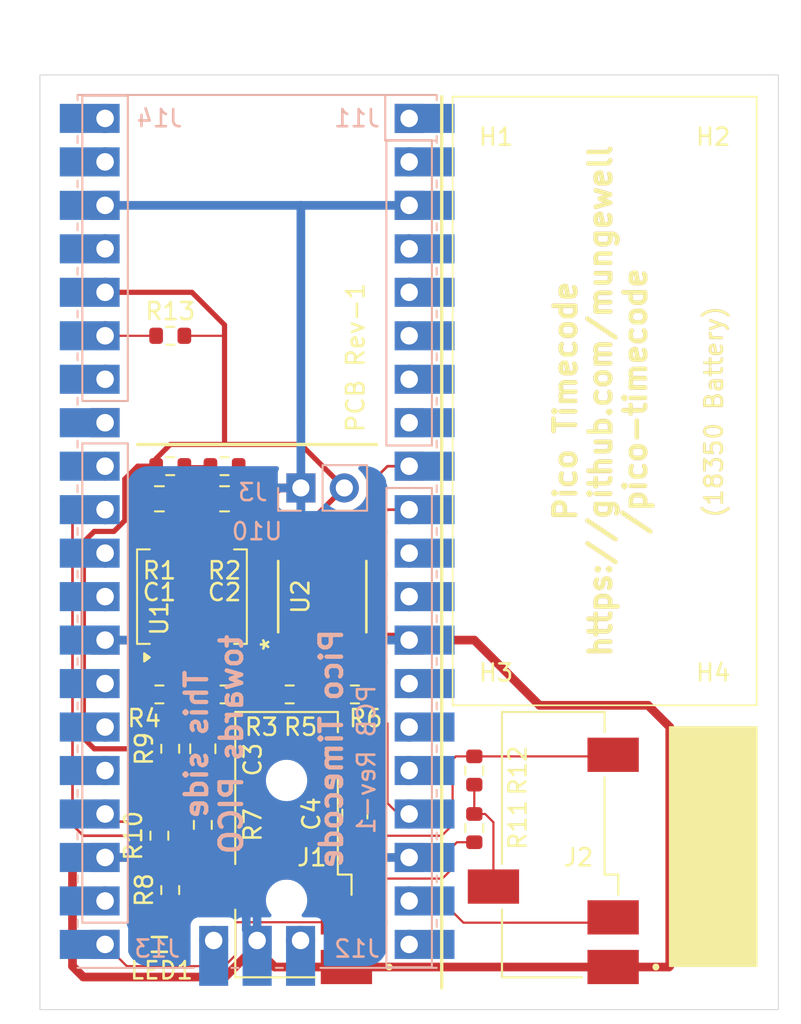
<source format=kicad_pcb>
(kicad_pcb (version 20221018) (generator pcbnew)
  (layers (0 "F.Cu" signal) (31 "B.Cu" signal) (34 "B.Paste" user) (35 "F.Paste" user) (36 "B.SilkS" user "B.Silkscreen") (37 "F.SilkS" user "F.Silkscreen") (38 "B.Mask" user) (39 "F.Mask" user) (44 "Edge.Cuts" user))
  (net 0 "")
  (net 1 "+3.3V")
  (net 2 "GND")
  (net 3 "/VREF")
  (net 4 "/LTC_IN")
  (net 5 "Net-(U1A--)")
  (net 6 "/OUT_DC")
  (net 7 "/LTC_OUT")
  (net 8 "/AMP_CLK")
  (net 9 "/AMP_D0")
  (net 10 "/OLED_DC")
  (net 11 "/OLED_CS")
  (net 12 "/OLED_CLK")
  (net 13 "/OLED_DIN")
  (net 14 "/OLED_RST")
  (net 15 "/LTC_TX")
  (net 16 "/DET_OUT")
  (net 17 "/KEY-A")
  (net 18 "/DET_IN")
  (net 19 "/KEY-B")
  (net 20 "/LTC_RX")
  (net 21 "/1PPS_LED")
  (net 22 "/ADC_VREF")
  (net 23 "/BRIDGE")
  (net 24 "Net-(J2-Pad3)")
  (net 25 "Net-(U1B-+)")
  (net 26 "Net-(U2-CH0)")
  (net 27 "Net-(LED1-Pad2)")
  (net 28 "Net-(R9-Pad1)")
  (net 29 "Net-(J11-Pin_1)")
  (net 30 "Net-(J11-Pin_2)")
  (net 31 "Net-(J11-Pin_4)")
  (net 32 "Net-(J11-Pin_5)")
  (net 33 "Net-(J11-Pin_6)")
  (net 34 "Net-(J11-Pin_7)")
  (net 35 "Net-(J11-Pin_8)")
  (net 36 "Net-(J13-Pin_5)")
  (net 37 "Net-(J13-Pin_6)")
  (net 38 "Net-(J13-Pin_7)")
  (net 39 "Net-(J13-Pin_9)")
  (net 40 "Net-(J13-Pin_10)")
  (net 41 "Net-(J13-Pin_12)")
  (net 42 "Net-(J14-Pin_1)")
  (net 43 "Net-(J14-Pin_2)")
  (net 44 "Net-(J14-Pin_5)")
  (net 45 "Net-(J14-Pin_7)")
  (net 46 "Net-(J14-Pin_8)")
  (footprint "footprints:LED_LTST-S220GKT_LTO" (layer "F.Cu") (at 132.715 127)
    (fp_text reference "LED1" (at 0.127 1.524 unlocked) (layer "F.SilkS"))
    (fp_text value "LTST-S220GKT")
    (pad "1" smd rect (at -1.0795 0) (size 0.6604 0.6096) (layers "F.Cu" "F.Paste" "F.Mask") (net 2 "GND"))
    (pad "2" smd rect (at 1.0795 0) (size 0.6604 0.6096) (layers "F.Cu" "F.Paste" "F.Mask") (net 27 "Net-(LED1-Pad2)"))
  )
  (footprint "Resistor_SMD:R_0603_1608Metric" (layer "F.Cu") (at 133.35 123.825 -90)
    (fp_text reference "R8" (at 0 1.524 90) (layer "F.SilkS"))
    (fp_text value "330R")
    (pad "1" smd roundrect (at -0.825 0 270) (size 0.8 0.95) (layers "F.Cu" "F.Paste" "F.Mask") (net 21 "/1PPS_LED"))
    (pad "2" smd roundrect (at 0.825 0 270) (size 0.8 0.95) (layers "F.Cu" "F.Paste" "F.Mask") (net 27 "Net-(LED1-Pad2)"))
  )
  (footprint "Capacitor_SMD:C_0805_2012Metric" (layer "F.Cu") (at 132.715 100.965 180)
    (fp_text reference "C1" (at 0 -5.461) (layer "F.SilkS"))
    (fp_text value "10uF")
    (pad "1" smd roundrect (at -0.95 0 180) (size 1 1.45) (layers "F.Cu" "F.Paste" "F.Mask") (net 1 "+3.3V"))
    (pad "2" smd roundrect (at 0.95 0 180) (size 1 1.45) (layers "F.Cu" "F.Paste" "F.Mask") (net 2 "GND"))
  )
  (footprint "SJ-43514-SMT:CUI_SJ-43514-SMT-TR" (layer "F.Cu") (at 159.2475 128.32 90)
    (fp_text reference "J2" (at 6.4 -2.0215 180) (layer "F.SilkS"))
    (fp_text value "SJ-43514-SMT-TR")
    (pad "" np_thru_hole circle locked (at 3.9 -3.5 90) (size 1.9 1.9) (drill 1.9) (layers "*.Cu" "*.Mask"))
    (pad "" np_thru_hole circle locked (at 10.9 -3.5 90) (size 1.9 1.9) (drill 1.9) (layers "*.Cu" "*.Mask"))
    (pad "1" smd rect locked (at 0 0 90) (size 2 3) (layers "F.Cu" "F.Paste" "F.Mask") (net 2 "GND"))
    (pad "2" smd rect locked (at 12.4 0 90) (size 2 3) (layers "F.Cu" "F.Paste" "F.Mask") (net 7 "/LTC_OUT"))
    (pad "3" smd rect locked (at 4.7 -7 90) (size 2 3) (layers "F.Cu" "F.Paste" "F.Mask") (net 24 "Net-(J2-Pad3)"))
    (pad "4" smd rect locked (at 2.9 0 90) (size 2 3) (layers "F.Cu" "F.Paste" "F.Mask") (net 16 "/DET_OUT"))
  )
  (footprint "Capacitor_SMD:C_0805_2012Metric" (layer "F.Cu") (at 135.255 115.57 90)
    (fp_text reference "C3" (at -0.635 2.921 90) (layer "F.SilkS"))
    (fp_text value "10uF")
    (pad "1" smd roundrect (at -0.95 0 90) (size 1 1.45) (layers "F.Cu" "F.Paste" "F.Mask") (net 4 "/LTC_IN"))
    (pad "2" smd roundrect (at 0.95 0 90) (size 1 1.45) (layers "F.Cu" "F.Paste" "F.Mask") (net 5 "Net-(U1A--)"))
  )
  (footprint "Resistor_SMD:R_0603_1608Metric" (layer "F.Cu") (at 132.715 112.395 180)
    (fp_text reference "R4" (at 0.889 -1.397) (layer "F.SilkS"))
    (fp_text value "10K")
    (pad "1" smd roundrect (at -0.825 0 180) (size 0.8 0.95) (layers "F.Cu" "F.Paste" "F.Mask") (net 5 "Net-(U1A--)"))
    (pad "2" smd roundrect (at 0.825 0 180) (size 0.8 0.95) (layers "F.Cu" "F.Paste" "F.Mask") (net 2 "GND"))
  )
  (footprint "Resistor_SMD:R_0603_1608Metric" (layer "F.Cu") (at 136.525 99.06)
    (fp_text reference "R2" (at 0 6.096) (layer "F.SilkS"))
    (fp_text value "10K")
    (pad "1" smd roundrect (at -0.825 0) (size 0.8 0.95) (layers "F.Cu" "F.Paste" "F.Mask") (net 25 "Net-(U1B-+)"))
    (pad "2" smd roundrect (at 0.825 0) (size 0.8 0.95) (layers "F.Cu" "F.Paste" "F.Mask") (net 2 "GND"))
  )
  (footprint "Resistor_SMD:R_0603_1608Metric" (layer "F.Cu") (at 133.35 115.57 -90)
    (fp_text reference "R9" (at 0 1.524 90) (layer "F.SilkS"))
    (fp_text value "0R")
    (pad "1" smd roundrect (at -0.825 0 270) (size 0.8 0.95) (layers "F.Cu" "F.Paste" "F.Mask") (net 28 "Net-(R9-Pad1)"))
    (pad "2" smd roundrect (at 0.825 0 270) (size 0.8 0.95) (layers "F.Cu" "F.Paste" "F.Mask") (net 20 "/LTC_RX"))
  )
  (footprint "MountingHole:MountingHole_3mm" (layer "F.Cu") (at 152.4 106.68)
    (fp_text reference "H3" (at 0 4.445) (layer "F.SilkS"))
    (fp_text value "MountingHole")
    (pad "" np_thru_hole circle (at 0 0) (size 3 3) (drill 3) (layers "*.Cu" "*.Mask"))
  )
  (footprint "Package_SO:SO-8_5.3x6.2mm_P1.27mm" (layer "F.Cu") (at 134.62 106.68 90)
    (fp_text reference "U1" (at -1.27 -1.905 90) (layer "F.SilkS"))
    (fp_text value "LM358")
    (pad "1" smd roundrect (at -3.5 -1.905 90) (size 1.9 0.6) (layers "F.Cu" "F.Paste" "F.Mask") (net 28 "Net-(R9-Pad1)"))
    (pad "2" smd roundrect (at -3.5 -0.635 90) (size 1.9 0.6) (layers "F.Cu" "F.Paste" "F.Mask") (net 5 "Net-(U1A--)"))
    (pad "3" smd roundrect (at -3.5 0.635 90) (size 1.9 0.6) (layers "F.Cu" "F.Paste" "F.Mask") (net 3 "/VREF"))
    (pad "4" smd roundrect (at -3.5 1.905 90) (size 1.9 0.6) (layers "F.Cu" "F.Paste" "F.Mask") (net 2 "GND"))
    (pad "5" smd roundrect (at 3.5 1.905 90) (size 1.9 0.6) (layers "F.Cu" "F.Paste" "F.Mask") (net 25 "Net-(U1B-+)"))
    (pad "6" smd roundrect (at 3.5 0.635 90) (size 1.9 0.6) (layers "F.Cu" "F.Paste" "F.Mask") (net 3 "/VREF"))
    (pad "7" smd roundrect (at 3.5 -0.635 90) (size 1.9 0.6) (layers "F.Cu" "F.Paste" "F.Mask") (net 3 "/VREF"))
    (pad "8" smd roundrect (at 3.5 -1.905 90) (size 1.9 0.6) (layers "F.Cu" "F.Paste" "F.Mask") (net 1 "+3.3V"))
  )
  (footprint "SJ-43514-SMT:CUI_SJ-43514-SMT-TR" (layer "F.Cu") (at 143.652 128.32 90)
    (fp_text reference "J1" (at 6.4 -2.0215 180) (layer "F.SilkS"))
    (fp_text value "SJ-43514-SMT-TR")
    (pad "" np_thru_hole circle locked (at 3.9 -3.5 90) (size 1.9 1.9) (drill 1.9) (layers "*.Cu" "*.Mask"))
    (pad "" np_thru_hole circle locked (at 10.9 -3.5 90) (size 1.9 1.9) (drill 1.9) (layers "*.Cu" "*.Mask"))
    (pad "1" smd rect locked (at 0 0 90) (size 2 3) (layers "F.Cu" "F.Paste" "F.Mask") (net 2 "GND"))
    (pad "2" smd rect locked (at 12.4 0 90) (size 2 3) (layers "F.Cu" "F.Paste" "F.Mask") (net 4 "/LTC_IN"))
    (pad "3" smd rect locked (at 4.7 -7 90) (size 2 3) (layers "F.Cu" "F.Paste" "F.Mask") (net 23 "/BRIDGE"))
    (pad "4" smd rect locked (at 2.9 0 90) (size 2 3) (layers "F.Cu" "F.Paste" "F.Mask") (net 18 "/DET_IN"))
  )
  (footprint "Resistor_SMD:R_0603_1608Metric" (layer "F.Cu") (at 144.145 112.395)
    (fp_text reference "R6" (at 0.635 1.397) (layer "F.SilkS"))
    (fp_text value "10K")
    (pad "1" smd roundrect (at -0.825 0) (size 0.8 0.95) (layers "F.Cu" "F.Paste" "F.Mask") (net 26 "Net-(U2-CH0)"))
    (pad "2" smd roundrect (at 0.825 0) (size 0.8 0.95) (layers "F.Cu" "F.Paste" "F.Mask") (net 3 "/VREF"))
  )
  (footprint "MountingHole:MountingHole_3mm" (layer "F.Cu") (at 152.4 83.82)
    (fp_text reference "H1" (at 0 -4) (layer "F.SilkS"))
    (fp_text value "MountingHole")
    (pad "" np_thru_hole circle (at 0 0) (size 3 3) (drill 3) (layers "*.Cu" "*.Mask"))
  )
  (footprint "Resistor_SMD:R_0603_1608Metric" (layer "F.Cu") (at 133.35 99.06)
    (fp_text reference "R1" (at -0.635 6.096) (layer "F.SilkS"))
    (fp_text value "10K")
    (pad "1" smd roundrect (at -0.825 0) (size 0.8 0.95) (layers "F.Cu" "F.Paste" "F.Mask") (net 1 "+3.3V"))
    (pad "2" smd roundrect (at 0.825 0) (size 0.8 0.95) (layers "F.Cu" "F.Paste" "F.Mask") (net 25 "Net-(U1B-+)"))
  )
  (footprint "Resistor_SMD:R_0603_1608Metric" (layer "F.Cu") (at 132.715 120.65 -90)
    (fp_text reference "R10" (at 0 1.524 90) (layer "F.SilkS"))
    (fp_text value "150K")
    (pad "1" smd roundrect (at -0.825 0 270) (size 0.8 0.95) (layers "F.Cu" "F.Paste" "F.Mask") (net 20 "/LTC_RX"))
    (pad "2" smd roundrect (at 0.825 0 270) (size 0.8 0.95) (layers "F.Cu" "F.Paste" "F.Mask") (net 2 "GND"))
  )
  (footprint "Resistor_SMD:R_0603_1608Metric" (layer "F.Cu") (at 133.35 91.44)
    (fp_text reference "R13" (at 0 -1.43) (layer "F.SilkS"))
    (fp_text value "0R")
    (pad "1" smd roundrect (at -0.825 0) (size 0.8 0.95) (layers "F.Cu" "F.Paste" "F.Mask") (net 22 "/ADC_VREF"))
    (pad "2" smd roundrect (at 0.825 0) (size 0.8 0.95) (layers "F.Cu" "F.Paste" "F.Mask") (net 1 "+3.3V"))
  )
  (footprint "Resistor_SMD:R_0603_1608Metric" (layer "F.Cu") (at 135.255 120.015 90)
    (fp_text reference "R7" (at 0 2.921 90) (layer "F.SilkS"))
    (fp_text value "0R")
    (pad "1" smd roundrect (at -0.825 0 90) (size 0.8 0.95) (layers "F.Cu" "F.Paste" "F.Mask") (net 23 "/BRIDGE"))
    (pad "2" smd roundrect (at 0.825 0 90) (size 0.8 0.95) (layers "F.Cu" "F.Paste" "F.Mask") (net 7 "/LTC_OUT"))
  )
  (footprint "Resistor_SMD:R_0603_1608Metric" (layer "F.Cu") (at 136.525 112.395 180)
    (fp_text reference "R3" (at -2.159 -1.905) (layer "F.SilkS"))
    (fp_text value "10K")
    (pad "1" smd roundrect (at -0.825 0 180) (size 0.8 0.95) (layers "F.Cu" "F.Paste" "F.Mask") (net 1 "+3.3V"))
    (pad "2" smd roundrect (at 0.825 0 180) (size 0.8 0.95) (layers "F.Cu" "F.Paste" "F.Mask") (net 5 "Net-(U1A--)"))
  )
  (footprint "Resistor_SMD:R_0603_1608Metric" (layer "F.Cu") (at 140.335 112.395)
    (fp_text reference "R5" (at 0.635 1.905) (layer "F.SilkS"))
    (fp_text value "150K")
    (pad "1" smd roundrect (at -0.825 0) (size 0.8 0.95) (layers "F.Cu" "F.Paste" "F.Mask") (net 15 "/LTC_TX"))
    (pad "2" smd roundrect (at 0.825 0) (size 0.8 0.95) (layers "F.Cu" "F.Paste" "F.Mask") (net 26 "Net-(U2-CH0)"))
  )
  (footprint "MountingHole:MountingHole_3mm" (layer "F.Cu") (at 165.1 83.82)
    (fp_text reference "H2" (at 0 -4) (layer "F.SilkS"))
    (fp_text value "MountingHole")
    (pad "" np_thru_hole circle (at 0 0) (size 3 3) (drill 3) (layers "*.Cu" "*.Mask"))
  )
  (footprint "Resistor_SMD:R_0603_1608Metric" (layer "F.Cu") (at 151.13 120.205 90)
    (fp_text reference "R11" (at 0.19 2.54 90) (layer "F.SilkS"))
    (fp_text value "0R")
    (pad "1" smd roundrect (at -0.825 0 90) (size 0.8 0.95) (layers "F.Cu" "F.Paste" "F.Mask") (net 23 "/BRIDGE"))
    (pad "2" smd roundrect (at 0.825 0 90) (size 0.8 0.95) (layers "F.Cu" "F.Paste" "F.Mask") (net 24 "Net-(J2-Pad3)"))
  )
  (footprint "Capacitor_SMD:C_0805_2012Metric" (layer "F.Cu") (at 136.525 100.965)
    (fp_text reference "C2" (at 0 5.461) (layer "F.SilkS"))
    (fp_text value "10uF")
    (pad "1" smd roundrect (at -0.95 0) (size 1 1.45) (layers "F.Cu" "F.Paste" "F.Mask") (net 3 "/VREF"))
    (pad "2" smd roundrect (at 0.95 0) (size 1 1.45) (layers "F.Cu" "F.Paste" "F.Mask") (net 2 "GND"))
  )
  (footprint "MCP6S91_E_SN:SOIC8-N_MC_MCH" (layer "F.Cu") (at 142.24 106.68 90)
    (fp_text reference "U2" (at 0 -1.27 90 unlocked) (layer "F.SilkS"))
    (fp_text value "MCP6S91-E/SN")
    (fp_text user "*" (at -2.794 -3.048 90 unlocked) (layer "F.SilkS"))
    (pad "1" smd rect (at -2.3622 -1.905 90) (size 1.9812 0.5588) (layers "F.Cu" "F.Paste" "F.Mask") (net 6 "/OUT_DC"))
    (pad "2" smd rect (at -2.3622 -0.635 90) (size 1.9812 0.5588) (layers "F.Cu" "F.Paste" "F.Mask") (net 26 "Net-(U2-CH0)"))
    (pad "3" smd rect (at -2.3622 0.635 90) (size 1.9812 0.5588) (layers "F.Cu" "F.Paste" "F.Mask") (net 3 "/VREF"))
    (pad "4" smd rect (at -2.3622 1.905 90) (size 1.9812 0.5588) (layers "F.Cu" "F.Paste" "F.Mask") (net 2 "GND"))
    (pad "5" smd rect (at 2.3622 1.905 90) (size 1.9812 0.5588) (layers "F.Cu" "F.Paste" "F.Mask") (net 2 "GND"))
    (pad "6" smd rect (at 2.3622 0.635 90) (size 1.9812 0.5588) (layers "F.Cu" "F.Paste" "F.Mask") (net 9 "/AMP_D0"))
    (pad "7" smd rect (at 2.3622 -0.635 90) (size 1.9812 0.5588) (layers "F.Cu" "F.Paste" "F.Mask") (net 8 "/AMP_CLK"))
    (pad "8" smd rect (at 2.3622 -1.905 90) (size 1.9812 0.5588) (layers "F.Cu" "F.Paste" "F.Mask") (net 1 "+3.3V"))
  )
  (footprint "Capacitor_SMD:C_0805_2012Metric" (layer "F.Cu") (at 144.145 119.38 -90)
    (fp_text reference "C4" (at 0 2.54 90) (layer "F.SilkS"))
    (fp_text value "10uF")
    (pad "1" smd roundrect (at -0.95 0 270) (size 1 1.45) (layers "F.Cu" "F.Paste" "F.Mask") (net 6 "/OUT_DC"))
    (pad "2" smd roundrect (at 0.95 0 270) (size 1 1.45) (layers "F.Cu" "F.Paste" "F.Mask") (net 7 "/LTC_OUT"))
  )
  (footprint "MountingHole:MountingHole_3mm" (layer "F.Cu") (at 165.1 106.68)
    (fp_text reference "H4" (at 0 4.445) (layer "F.SilkS"))
    (fp_text value "MountingHole")
    (pad "" np_thru_hole circle (at 0 0) (size 3 3) (drill 3) (layers "*.Cu" "*.Mask"))
  )
  (footprint "Resistor_SMD:R_0603_1608Metric" (layer "F.Cu") (at 151.13 116.84 90)
    (fp_text reference "R12" (at 0 2.54 90) (layer "F.SilkS"))
    (fp_text value "0R")
    (pad "1" smd roundrect (at -0.825 0 90) (size 0.8 0.95) (layers "F.Cu" "F.Paste" "F.Mask") (net 24 "Net-(J2-Pad3)"))
    (pad "2" smd roundrect (at 0.825 0 90) (size 0.8 0.95) (layers "F.Cu" "F.Paste" "F.Mask") (net 7 "/LTC_OUT"))
  )
  (footprint "Connector_PinSocket_2.54mm:PinSocket_1x02_P2.54mm_Vertical" (layer "B.Cu") (at 140.99 100.33 -90)
    (fp_text reference "J3" (at 0.254 2.814 -180) (layer "B.SilkS") (effects (justify mirror)))
    (fp_text value "Conn_01x02")
    (pad "1" thru_hole rect (at 0 0 270) (size 1.7 1.7) (drill 1) (layers "*.Cu" "*.Mask") (net 2 "GND"))
    (pad "2" thru_hole oval (at 0 -2.54 270) (size 1.7 1.7) (drill 1) (layers "*.Cu" "*.Mask") (net 1 "+3.3V"))
  )
  (footprint "Connector_PinSocket_2.54mm:PinSocket_1x08_P2.54mm_Vertical" (layer "B.Cu") (at 129.54 96.52)
    (fp_text reference "J14" (at 3.175 -17.78 180) (layer "B.SilkS") (effects (justify mirror)))
    (fp_text value "Conn_01x08")
    (pad "1" thru_hole rect (at 0 0) (size 1.7 1.7) (drill 1) (layers "*.Cu" "*.Mask") (net 42 "Net-(J14-Pin_1)"))
    (pad "2" thru_hole oval (at 0 -2.54) (size 1.7 1.7) (drill 1) (layers "*.Cu" "*.Mask") (net 43 "Net-(J14-Pin_2)"))
    (pad "3" thru_hole oval (at 0 -5.08) (size 1.7 1.7) (drill 1) (layers "*.Cu" "*.Mask") (net 22 "/ADC_VREF"))
    (pad "4" thru_hole oval (at 0 -7.62) (size 1.7 1.7) (drill 1) (layers "*.Cu" "*.Mask") (net 1 "+3.3V"))
    (pad "5" thru_hole oval (at 0 -10.16) (size 1.7 1.7) (drill 1) (layers "*.Cu" "*.Mask") (net 44 "Net-(J14-Pin_5)"))
    (pad "6" thru_hole oval (at 0 -12.7) (size 1.7 1.7) (drill 1) (layers "*.Cu" "*.Mask") (net 2 "GND"))
    (pad "7" thru_hole oval (at 0 -15.24) (size 1.7 1.7) (drill 1) (layers "*.Cu" "*.Mask") (net 45 "Net-(J14-Pin_7)"))
    (pad "8" thru_hole oval (at 0 -17.78) (size 1.7 1.7) (drill 1) (layers "*.Cu" "*.Mask") (net 46 "Net-(J14-Pin_8)"))
  )
  (footprint "Connector_PinSocket_2.54mm:PinSocket_1x12_P2.54mm_Vertical" (layer "B.Cu") (at 147.32 99.06 180)
    (fp_text reference "J12" (at 3.048 -28.194) (layer "B.SilkS") (effects (justify mirror)))
    (fp_text value "Conn_01x12")
    (pad "1" thru_hole rect (at 0 0 180) (size 1.7 1.7) (drill 1) (layers "*.Cu" "*.Mask") (net 8 "/AMP_CLK"))
    (pad "2" thru_hole oval (at 0 -2.54 180) (size 1.7 1.7) (drill 1) (layers "*.Cu" "*.Mask") (net 9 "/AMP_D0"))
    (pad "3" thru_hole oval (at 0 -5.08 180) (size 1.7 1.7) (drill 1) (layers "*.Cu" "*.Mask") (net 10 "/OLED_DC"))
    (pad "4" thru_hole oval (at 0 -7.62 180) (size 1.7 1.7) (drill 1) (layers "*.Cu" "*.Mask") (net 11 "/OLED_CS"))
    (pad "5" thru_hole oval (at 0 -10.16 180) (size 1.7 1.7) (drill 1) (layers "*.Cu" "*.Mask") (net 2 "GND"))
    (pad "6" thru_hole oval (at 0 -12.7 180) (size 1.7 1.7) (drill 1) (layers "*.Cu" "*.Mask") (net 12 "/OLED_CLK"))
    (pad "7" thru_hole oval (at 0 -15.24 180) (size 1.7 1.7) (drill 1) (layers "*.Cu" "*.Mask") (net 13 "/OLED_DIN"))
    (pad "8" thru_hole oval (at 0 -17.78 180) (size 1.7 1.7) (drill 1) (layers "*.Cu" "*.Mask") (net 14 "/OLED_RST"))
    (pad "9" thru_hole oval (at 0 -20.32 180) (size 1.7 1.7) (drill 1) (layers "*.Cu" "*.Mask") (net 15 "/LTC_TX"))
    (pad "10" thru_hole oval (at 0 -22.86 180) (size 1.7 1.7) (drill 1) (layers "*.Cu" "*.Mask") (net 2 "GND"))
    (pad "11" thru_hole oval (at 0 -25.4 180) (size 1.7 1.7) (drill 1) (layers "*.Cu" "*.Mask") (net 16 "/DET_OUT"))
    (pad "12" thru_hole oval (at 0 -27.94 180) (size 1.7 1.7) (drill 1) (layers "*.Cu" "*.Mask") (net 17 "/KEY-A"))
  )
  (footprint "Connector_PinSocket_2.54mm:PinSocket_1x08_P2.54mm_Vertical" (layer "B.Cu") (at 147.32 78.74 180)
    (fp_text reference "J11" (at 3.048 0) (layer "B.SilkS") (effects (justify mirror)))
    (fp_text value "Conn_01x08")
    (pad "1" thru_hole rect (at 0 0 180) (size 1.7 1.7) (drill 1) (layers "*.Cu" "*.Mask") (net 29 "Net-(J11-Pin_1)"))
    (pad "2" thru_hole oval (at 0 -2.54 180) (size 1.7 1.7) (drill 1) (layers "*.Cu" "*.Mask") (net 30 "Net-(J11-Pin_2)"))
    (pad "3" thru_hole oval (at 0 -5.08 180) (size 1.7 1.7) (drill 1) (layers "*.Cu" "*.Mask") (net 2 "GND"))
    (pad "4" thru_hole oval (at 0 -7.62 180) (size 1.7 1.7) (drill 1) (layers "*.Cu" "*.Mask") (net 31 "Net-(J11-Pin_4)"))
    (pad "5" thru_hole oval (at 0 -10.16 180) (size 1.7 1.7) (drill 1) (layers "*.Cu" "*.Mask") (net 32 "Net-(J11-Pin_5)"))
    (pad "6" thru_hole oval (at 0 -12.7 180) (size 1.7 1.7) (drill 1) (layers "*.Cu" "*.Mask") (net 33 "Net-(J11-Pin_6)"))
    (pad "7" thru_hole oval (at 0 -15.24 180) (size 1.7 1.7) (drill 1) (layers "*.Cu" "*.Mask") (net 34 "Net-(J11-Pin_7)"))
    (pad "8" thru_hole oval (at 0 -17.78 180) (size 1.7 1.7) (drill 1) (layers "*.Cu" "*.Mask") (net 35 "Net-(J11-Pin_8)"))
  )
  (footprint "RP-Pico-Main:RPi_Pico_SMD_TH" (layer "B.Cu") (at 138.43 102.87 180)
    (fp_text reference "U10" (at 0 0) (layer "B.SilkS") (effects (justify mirror)))
    (fp_text value "Pico")
    (pad "" np_thru_hole oval (at -2.725 24 180) (size 1.8 1.8) (drill 1.8) (layers "*.Cu" "*.Mask"))
    (pad "" np_thru_hole oval (at -2.425 20.97 180) (size 1.5 1.5) (drill 1.5) (layers "*.Cu" "*.Mask"))
    (pad "" np_thru_hole oval (at 2.425 20.97 180) (size 1.5 1.5) (drill 1.5) (layers "*.Cu" "*.Mask"))
    (pad "" np_thru_hole oval (at 2.725 24 180) (size 1.8 1.8) (drill 1.8) (layers "*.Cu" "*.Mask"))
    (pad "1" thru_hole oval (at -8.89 24.13 180) (size 1.7 1.7) (drill 1.02) (layers "*.Cu" "*.Mask") (net 29 "Net-(J11-Pin_1)"))
    (pad "1" smd rect (at -8.89 24.13 180) (size 3.5 1.7) (drill (offset -0.9 0)) (layers "B.Cu" "B.Mask") (net 29 "Net-(J11-Pin_1)"))
    (pad "2" thru_hole oval (at -8.89 21.59 180) (size 1.7 1.7) (drill 1.02) (layers "*.Cu" "*.Mask") (net 30 "Net-(J11-Pin_2)"))
    (pad "2" smd rect (at -8.89 21.59 180) (size 3.5 1.7) (drill (offset -0.9 0)) (layers "B.Cu" "B.Mask") (net 30 "Net-(J11-Pin_2)"))
    (pad "3" thru_hole rect (at -8.89 19.05 180) (size 1.7 1.7) (drill 1.02) (layers "*.Cu" "*.Mask") (net 2 "GND"))
    (pad "3" smd rect (at -8.89 19.05 180) (size 3.5 1.7) (drill (offset -0.9 0)) (layers "B.Cu" "B.Mask") (net 2 "GND"))
    (pad "4" thru_hole oval (at -8.89 16.51 180) (size 1.7 1.7) (drill 1.02) (layers "*.Cu" "*.Mask") (net 31 "Net-(J11-Pin_4)"))
    (pad "4" smd rect (at -8.89 16.51 180) (size 3.5 1.7) (drill (offset -0.9 0)) (layers "B.Cu" "B.Mask") (net 31 "Net-(J11-Pin_4)"))
    (pad "5" thru_hole oval (at -8.89 13.97 180) (size 1.7 1.7) (drill 1.02) (layers "*.Cu" "*.Mask") (net 32 "Net-(J11-Pin_5)"))
    (pad "5" smd rect (at -8.89 13.97 180) (size 3.5 1.7) (drill (offset -0.9 0)) (layers "B.Cu" "B.Mask") (net 32 "Net-(J11-Pin_5)"))
    (pad "6" thru_hole oval (at -8.89 11.43 180) (size 1.7 1.7) (drill 1.02) (layers "*.Cu" "*.Mask") (net 33 "Net-(J11-Pin_6)"))
    (pad "6" smd rect (at -8.89 11.43 180) (size 3.5 1.7) (drill (offset -0.9 0)) (layers "B.Cu" "B.Mask") (net 33 "Net-(J11-Pin_6)"))
    (pad "7" thru_hole oval (at -8.89 8.89 180) (size 1.7 1.7) (drill 1.02) (layers "*.Cu" "*.Mask") (net 34 "Net-(J11-Pin_7)"))
    (pad "7" smd rect (at -8.89 8.89 180) (size 3.5 1.7) (drill (offset -0.9 0)) (layers "B.Cu" "B.Mask") (net 34 "Net-(J11-Pin_7)"))
    (pad "8" thru_hole rect (at -8.89 6.35 180) (size 1.7 1.7) (drill 1.02) (layers "*.Cu" "*.Mask") (net 35 "Net-(J11-Pin_8)"))
    (pad "8" smd rect (at -8.89 6.35 180) (size 3.5 1.7) (drill (offset -0.9 0)) (layers "B.Cu" "B.Mask") (net 35 "Net-(J11-Pin_8)"))
    (pad "9" thru_hole oval (at -8.89 3.81 180) (size 1.7 1.7) (drill 1.02) (layers "*.Cu" "*.Mask") (net 8 "/AMP_CLK"))
    (pad "9" smd rect (at -8.89 3.81 180) (size 3.5 1.7) (drill (offset -0.9 0)) (layers "B.Cu" "B.Mask") (net 8 "/AMP_CLK"))
    (pad "10" thru_hole oval (at -8.89 1.27 180) (size 1.7 1.7) (drill 1.02) (layers "*.Cu" "*.Mask") (net 9 "/AMP_D0"))
    (pad "10" smd rect (at -8.89 1.27 180) (size 3.5 1.7) (drill (offset -0.9 0)) (layers "B.Cu" "B.Mask") (net 9 "/AMP_D0"))
    (pad "11" thru_hole oval (at -8.89 -1.27 180) (size 1.7 1.7) (drill 1.02) (layers "*.Cu" "*.Mask") (net 10 "/OLED_DC"))
    (pad "11" smd rect (at -8.89 -1.27 180) (size 3.5 1.7) (drill (offset -0.9 0)) (layers "B.Cu" "B.Mask") (net 10 "/OLED_DC"))
    (pad "12" thru_hole oval (at -8.89 -3.81 180) (size 1.7 1.7) (drill 1.02) (layers "*.Cu" "*.Mask") (net 11 "/OLED_CS"))
    (pad "12" smd rect (at -8.89 -3.81 180) (size 3.5 1.7) (drill (offset -0.9 0)) (layers "B.Cu" "B.Mask") (net 11 "/OLED_CS"))
    (pad "13" thru_hole rect (at -8.89 -6.35 180) (size 1.7 1.7) (drill 1.02) (layers "*.Cu" "*.Mask") (net 2 "GND"))
    (pad "13" smd rect (at -8.89 -6.35 180) (size 3.5 1.7) (drill (offset -0.9 0)) (layers "B.Cu" "B.Mask") (net 2 "GND"))
    (pad "14" thru_hole oval (at -8.89 -8.89 180) (size 1.7 1.7) (drill 1.02) (layers "*.Cu" "*.Mask") (net 12 "/OLED_CLK"))
    (pad "14" smd rect (at -8.89 -8.89 180) (size 3.5 1.7) (drill (offset -0.9 0)) (layers "B.Cu" "B.Mask") (net 12 "/OLED_CLK"))
    (pad "15" thru_hole oval (at -8.89 -11.43 180) (size 1.7 1.7) (drill 1.02) (layers "*.Cu" "*.Mask") (net 13 "/OLED_DIN"))
    (pad "15" smd rect (at -8.89 -11.43 180) (size 3.5 1.7) (drill (offset -0.9 0)) (layers "B.Cu" "B.Mask") (net 13 "/OLED_DIN"))
    (pad "16" thru_hole oval (at -8.89 -13.97 180) (size 1.7 1.7) (drill 1.02) (layers "*.Cu" "*.Mask") (net 14 "/OLED_RST"))
    (pad "16" smd rect (at -8.89 -13.97 180) (size 3.5 1.7) (drill (offset -0.9 0)) (layers "B.Cu" "B.Mask") (net 14 "/OLED_RST"))
    (pad "17" thru_hole oval (at -8.89 -16.51 180) (size 1.7 1.7) (drill 1.02) (layers "*.Cu" "*.Mask") (net 15 "/LTC_TX"))
    (pad "17" smd rect (at -8.89 -16.51 180) (size 3.5 1.7) (drill (offset -0.9 0)) (layers "B.Cu" "B.Mask") (net 15 "/LTC_TX"))
    (pad "18" thru_hole rect (at -8.89 -19.05 180) (size 1.7 1.7) (drill 1.02) (layers "*.Cu" "*.Mask") (net 2 "GND"))
    (pad "18" smd rect (at -8.89 -19.05 180) (size 3.5 1.7) (drill (offset -0.9 0)) (layers "B.Cu" "B.Mask") (net 2 "GND"))
    (pad "19" thru_hole oval (at -8.89 -21.59 180) (size 1.7 1.7) (drill 1.02) (layers "*.Cu" "*.Mask") (net 16 "/DET_OUT"))
    (pad "19" smd rect (at -8.89 -21.59 180) (size 3.5 1.7) (drill (offset -0.9 0)) (layers "B.Cu" "B.Mask") (net 16 "/DET_OUT"))
    (pad "20" thru_hole oval (at -8.89 -24.13 180) (size 1.7 1.7) (drill 1.02) (layers "*.Cu" "*.Mask") (net 17 "/KEY-A"))
    (pad "20" smd rect (at -8.89 -24.13 180) (size 3.5 1.7) (drill (offset -0.9 0)) (layers "B.Cu" "B.Mask") (net 17 "/KEY-A"))
    (pad "21" thru_hole oval (at 8.89 -24.13 180) (size 1.7 1.7) (drill 1.02) (layers "*.Cu" "*.Mask") (net 18 "/DET_IN"))
    (pad "21" smd rect (at 8.89 -24.13 180) (size 3.5 1.7) (drill (offset 0.9 0)) (layers "B.Cu" "B.Mask") (net 18 "/DET_IN"))
    (pad "22" thru_hole oval (at 8.89 -21.59 180) (size 1.7 1.7) (drill 1.02) (layers "*.Cu" "*.Mask") (net 19 "/KEY-B"))
    (pad "22" smd rect (at 8.89 -21.59 180) (size 3.5 1.7) (drill (offset 0.9 0)) (layers "B.Cu" "B.Mask") (net 19 "/KEY-B"))
    (pad "23" thru_hole rect (at 8.89 -19.05 180) (size 1.7 1.7) (drill 1.02) (layers "*.Cu" "*.Mask") (net 2 "GND"))
    (pad "23" smd rect (at 8.89 -19.05 180) (size 3.5 1.7) (drill (offset 0.9 0)) (layers "B.Cu" "B.Mask") (net 2 "GND"))
    (pad "24" thru_hole oval (at 8.89 -16.51 180) (size 1.7 1.7) (drill 1.02) (layers "*.Cu" "*.Mask") (net 20 "/LTC_RX"))
    (pad "24" smd rect (at 8.89 -16.51 180) (size 3.5 1.7) (drill (offset 0.9 0)) (layers "B.Cu" "B.Mask") (net 20 "/LTC_RX"))
    (pad "25" thru_hole oval (at 8.89 -13.97 180) (size 1.7 1.7) (drill 1.02) (layers "*.Cu" "*.Mask") (net 36 "Net-(J13-Pin_5)"))
    (pad "25" smd rect (at 8.89 -13.97 180) (size 3.5 1.7) (drill (offset 0.9 0)) (layers "B.Cu" "B.Mask") (net 36 "Net-(J13-Pin_5)"))
    (pad "26" thru_hole oval (at 8.89 -11.43 180) (size 1.7 1.7) (drill 1.02) (layers "*.Cu" "*.Mask") (net 37 "Net-(J13-Pin_6)"))
    (pad "26" smd rect (at 8.89 -11.43 180) (size 3.5 1.7) (drill (offset 0.9 0)) (layers "B.Cu" "B.Mask") (net 37 "Net-(J13-Pin_6)"))
    (pad "27" thru_hole oval (at 8.89 -8.89 180) (size 1.7 1.7) (drill 1.02) (layers "*.Cu" "*.Mask") (net 38 "Net-(J13-Pin_7)"))
    (pad "27" smd rect (at 8.89 -8.89 180) (size 3.5 1.7) (drill (offset 0.9 0)) (layers "B.Cu" "B.Mask") (net 38 "Net-(J13-Pin_7)"))
    (pad "28" thru_hole rect (at 8.89 -6.35 180) (size 1.7 1.7) (drill 1.02) (layers "*.Cu" "*.Mask") (net 2 "GND"))
    (pad "28" smd rect (at 8.89 -6.35 180) (size 3.5 1.7) (drill (offset 0.9 0)) (layers "B.Cu" "B.Mask") (net 2 "GND"))
    (pad "29" thru_hole oval (at 8.89 -3.81 180) (size 1.7 1.7) (drill 1.02) (layers "*.Cu" "*.Mask") (net 39 "Net-(J13-Pin_9)"))
    (pad "29" smd rect (at 8.89 -3.81 180) (size 3.5 1.7) (drill (offset 0.9 0)) (layers "B.Cu" "B.Mask") (net 39 "Net-(J13-Pin_9)"))
    (pad "30" thru_hole oval (at 8.89 -1.27 180) (size 1.7 1.7) (drill 1.02) (layers "*.Cu" "*.Mask") (net 40 "Net-(J13-Pin_10)"))
    (pad "30" smd rect (at 8.89 -1.27 180) (size 3.5 1.7) (drill (offset 0.9 0)) (layers "B.Cu" "B.Mask") (net 40 "Net-(J13-Pin_10)"))
    (pad "31" thru_hole oval (at 8.89 1.27 180) (size 1.7 1.7) (drill 1.02) (layers "*.Cu" "*.Mask") (net 21 "/1PPS_LED"))
    (pad "31" smd rect (at 8.89 1.27 180) (size 3.5 1.7) (drill (offset 0.9 0)) (layers "B.Cu" "B.Mask") (net 21 "/1PPS_LED"))
    (pad "32" thru_hole oval (at 8.89 3.81 180) (size 1.7 1.7) (drill 1.02) (layers "*.Cu" "*.Mask") (net 41 "Net-(J13-Pin_12)"))
    (pad "32" smd rect (at 8.89 3.81 180) (size 3.5 1.7) (drill (offset 0.9 0)) (layers "B.Cu" "B.Mask") (net 41 "Net-(J13-Pin_12)"))
    (pad "33" thru_hole rect (at 8.89 6.35 180) (size 1.7 1.7) (drill 1.02) (layers "*.Cu" "*.Mask") (net 42 "Net-(J14-Pin_1)"))
    (pad "33" smd rect (at 8.89 6.35 180) (size 3.5 1.7) (drill (offset 0.9 0)) (layers "B.Cu" "B.Mask") (net 42 "Net-(J14-Pin_1)"))
    (pad "34" thru_hole oval (at 8.89 8.89 180) (size 1.7 1.7) (drill 1.02) (layers "*.Cu" "*.Mask") (net 43 "Net-(J14-Pin_2)"))
    (pad "34" smd rect (at 8.89 8.89 180) (size 3.5 1.7) (drill (offset 0.9 0)) (layers "B.Cu" "B.Mask") (net 43 "Net-(J14-Pin_2)"))
    (pad "35" thru_hole oval (at 8.89 11.43 180) (size 1.7 1.7) (drill 1.02) (layers "*.Cu" "*.Mask") (net 22 "/ADC_VREF"))
    (pad "35" smd rect (at 8.89 11.43 180) (size 3.5 1.7) (drill (offset 0.9 0)) (layers "B.Cu" "B.Mask") (net 22 "/ADC_VREF"))
    (pad "36" thru_hole oval (at 8.89 13.97 180) (size 1.7 1.7) (drill 1.02) (layers "*.Cu" "*.Mask") (net 1 "+3.3V"))
    (pad "36" smd rect (at 8.89 13.97 180) (size 3.5 1.7) (drill (offset 0.9 0)) (layers "B.Cu" "B.Mask") (net 1 "+3.3V"))
    (pad "37" thru_hole oval (at 8.89 16.51 180) (size 1.7 1.7) (drill 1.02) (layers "*.Cu" "*.Mask") (net 44 "Net-(J14-Pin_5)"))
    (pad "37" smd rect (at 8.89 16.51 180) (size 3.5 1.7) (drill (offset 0.9 0)) (layers "B.Cu" "B.Mask") (net 44 "Net-(J14-Pin_5)"))
    (pad "38" thru_hole rect (at 8.89 19.05 180) (size 1.7 1.7) (drill 1.02) (layers "*.Cu" "*.Mask") (net 2 "GND"))
    (pad "38" smd rect (at 8.89 19.05 180) (size 3.5 1.7) (drill (offset 0.9 0)) (layers "B.Cu" "B.Mask") (net 2 "GND"))
    (pad "39" thru_hole oval (at 8.89 21.59 180) (size 1.7 1.7) (drill 1.02) (layers "*.Cu" "*.Mask") (net 45 "Net-(J14-Pin_7)"))
    (pad "39" smd rect (at 8.89 21.59 180) (size 3.5 1.7) (drill (offset 0.9 0)) (layers "B.Cu" "B.Mask") (net 45 "Net-(J14-Pin_7)"))
    (pad "40" thru_hole oval (at 8.89 24.13 180) (size 1.7 1.7) (drill 1.02) (layers "*.Cu" "*.Mask") (net 46 "Net-(J14-Pin_8)"))
    (pad "40" smd rect (at 8.89 24.13 180) (size 3.5 1.7) (drill (offset 0.9 0)) (layers "B.Cu" "B.Mask") (net 46 "Net-(J14-Pin_8)"))
    (pad "41" thru_hole oval (at -2.54 -23.9 180) (size 1.7 1.7) (drill 1.02) (layers "*.Cu" "*.Mask"))
    (pad "41" smd rect (at -2.54 -23.9 90) (size 3.5 1.7) (drill (offset -0.9 0)) (layers "B.Cu" "B.Mask"))
    (pad "42" thru_hole rect (at 0 -23.9 180) (size 1.7 1.7) (drill 1.02) (layers "*.Cu" "*.Mask") (net 2 "GND"))
    (pad "42" smd rect (at 0 -23.9 90) (size 3.5 1.7) (drill (offset -0.9 0)) (layers "B.Cu" "B.Mask") (net 2 "GND"))
    (pad "43" thru_hole oval (at 2.54 -23.9 180) (size 1.7 1.7) (drill 1.02) (layers "*.Cu" "*.Mask"))
    (pad "43" smd rect (at 2.54 -23.9 90) (size 3.5 1.7) (drill (offset -0.9 0)) (layers "B.Cu" "B.Mask"))
  )
  (footprint "Connector_PinSocket_2.54mm:PinSocket_1x12_P2.54mm_Vertical" (layer "B.Cu") (at 129.54 127)
    (fp_text reference "J13" (at 3.048 0.254 180) (layer "B.SilkS") (effects (justify mirror)))
    (fp_text value "Conn_01x12")
    (pad "1" thru_hole rect (at 0 0) (size 1.7 1.7) (drill 1) (layers "*.Cu" "*.Mask") (net 18 "/DET_IN"))
    (pad "2" thru_hole oval (at 0 -2.54) (size 1.7 1.7) (drill 1) (layers "*.Cu" "*.Mask") (net 19 "/KEY-B"))
    (pad "3" thru_hole oval (at 0 -5.08) (size 1.7 1.7) (drill 1) (layers "*.Cu" "*.Mask") (net 2 "GND"))
    (pad "4" thru_hole oval (at 0 -7.62) (size 1.7 1.7) (drill 1) (layers "*.Cu" "*.Mask") (net 20 "/LTC_RX"))
    (pad "5" thru_hole oval (at 0 -10.16) (size 1.7 1.7) (drill 1) (layers "*.Cu" "*.Mask") (net 36 "Net-(J13-Pin_5)"))
    (pad "6" thru_hole oval (at 0 -12.7) (size 1.7 1.7) (drill 1) (layers "*.Cu" "*.Mask") (net 37 "Net-(J13-Pin_6)"))
    (pad "7" thru_hole oval (at 0 -15.24) (size 1.7 1.7) (drill 1) (layers "*.Cu" "*.Mask") (net 38 "Net-(J13-Pin_7)"))
    (pad "8" thru_hole oval (at 0 -17.78) (size 1.7 1.7) (drill 1) (layers "*.Cu" "*.Mask") (net 2 "GND"))
    (pad "9" thru_hole oval (at 0 -20.32) (size 1.7 1.7) (drill 1) (layers "*.Cu" "*.Mask") (net 39 "Net-(J13-Pin_9)"))
    (pad "10" thru_hole oval (at 0 -22.86) (size 1.7 1.7) (drill 1) (layers "*.Cu" "*.Mask") (net 40 "Net-(J13-Pin_10)"))
    (pad "11" thru_hole oval (at 0 -25.4) (size 1.7 1.7) (drill 1) (layers "*.Cu" "*.Mask") (net 21 "/1PPS_LED"))
    (pad "12" thru_hole oval (at 0 -27.94) (size 1.7 1.7) (drill 1) (layers "*.Cu" "*.Mask") (net 41 "Net-(J13-Pin_12)"))
  )
  (gr_line (start 149.225 77.47) (end 149.225 129.54) (stroke (width 0.2)) (layer "F.SilkS"))
  (gr_rect locked (start 149.86 77.47) (end 167.64 113.03) (stroke (width 0.1)) (fill none) (layer "F.SilkS"))
  (gr_line (start 131.445 97.79) (end 145.415 97.79) (stroke (width 0.2)) (layer "F.SilkS"))
  (gr_rect locked (start 162.56 114.3) (end 167.64 128.27) (stroke (width 0.1)) (fill solid) (layer "F.SilkS"))
  (gr_rect (start 125.73 76.2) (end 168.91 130.81) (stroke (width 0.05)) (fill none) (layer "Edge.Cuts"))
  (gr_text "(18350 Battery)" (at 165.735 95.885 90) (layer "F.Cu") (effects (font (size 1.016 1.016) (thickness 0.1524)) (justify bottom)))
  (gr_text "Pico Timecode\nhttps://github.com/mungewell\n/pico-timecode" (at 161.29 95.25 90) (layer "F.Cu") (effects (font (size 1.27 1.27) (thickness 0.254) bold) (justify bottom)))
  (gr_text "PCB Rev-1" (at 144.78 92.71 90) (layer "F.Cu") (effects (font (size 1.016 1.016) (thickness 0.127)) (justify bottom)))
  (gr_text "PCB Rev-1" (at 145.415 116.205 90) (layer "B.SilkS") (effects (font (size 1.016 1.016) (thickness 0.1524)) (justify bottom mirror)))
  (gr_text "Pico Timecode" (at 143.51 115.57 90) (layer "B.SilkS") (effects (font (size 1.27 1.27) (thickness 0.254) bold) (justify bottom mirror)))
  (gr_text "This side\ntowards PICO" (at 137.668 115.316 90) (layer "B.SilkS") (effects (font (size 1.27 1.27) (thickness 0.254) bold) (justify bottom mirror)))
  (gr_text "PCB Rev-1" (at 144.78 92.71 90) (layer "F.SilkS") (effects (font (size 1.016 1.016) (thickness 0.1524)) (justify bottom)))
  (gr_text "(18350 Battery)" (at 165.735 95.885 90) (layer "F.SilkS") (effects (font (size 1.016 1.016) (thickness 0.1524)) (justify bottom)))
  (gr_text "Pico Timecode\nhttps://github.com/mungewell\n/pico-timecode" (at 161.29 95.25 90) (layer "F.SilkS") (effects (font (size 1.27 1.27) (thickness 0.254) bold) (justify bottom)))
  (segment (start 130.0598 102.87) (end 128.905 102.87) (width 0.3048) (layer "F.Cu") (net 1))
  (segment (start 128.27 114.935) (end 128.905 115.57) (width 0.3048) (layer "F.Cu") (net 1))
  (segment (start 133.665 100.2) (end 133.665 100.965) (width 0.3048) (layer "F.Cu") (net 1))
  (segment (start 136.525 91.44) (end 136.525 90.805) (width 0.3048) (layer "F.Cu") (net 1))
  (segment (start 137.35 114.745) (end 137.35 112.395) (width 0.3048) (layer "F.Cu") (net 1))
  (segment (start 140.99 97.79) (end 136.525 97.79) (width 0.3048) (layer "F.Cu") (net 1))
  (segment (start 136.525 90.805) (end 134.62 88.9) (width 0.3048) (layer "F.Cu") (net 1))
  (segment (start 128.27 103.505) (end 128.27 114.935) (width 0.3048) (layer "F.Cu") (net 1))
  (segment (start 132.525 99.06) (end 133.665 100.2) (width 0.3048) (layer "F.Cu") (net 1))
  (segment (start 130.6948 99.8102) (end 130.6948 102.235) (width 0.3048) (layer "F.Cu") (net 1))
  (segment (start 143.51 100.33) (end 143.53 100.33) (width 0.3048) (layer "F.Cu") (net 1))
  (segment (start 128.905 115.57) (end 136.525 115.57) (width 0.3048) (layer "F.Cu") (net 1))
  (segment (start 136.525 97.79) (end 136.525 91.44) (width 0.3048) (layer "F.Cu") (net 1))
  (segment (start 132.525 98.615) (end 132.525 99.06) (width 0.3048) (layer "F.Cu") (net 1))
  (segment (start 128.905 102.87) (end 128.27 103.505) (width 0.3048) (layer "F.Cu") (net 1))
  (segment (start 134.175 91.44) (end 136.525 91.44) (width 0.127) (layer "F.Cu") (net 1))
  (segment (start 143.53 100.33) (end 140.99 97.79) (width 0.3048) (layer "F.Cu") (net 1))
  (segment (start 140.335 104.3178) (end 140.335 103.505) (width 0.3048) (layer "F.Cu") (net 1))
  (segment (start 133.35 97.79) (end 132.525 98.615) (width 0.3048) (layer "F.Cu") (net 1))
  (segment (start 130.6948 102.235) (end 130.0598 102.87) (width 0.3048) (layer "F.Cu") (net 1))
  (segment (start 134.62 88.9) (end 129.54 88.9) (width 0.3048) (layer "F.Cu") (net 1))
  (segment (start 131.445 99.06) (end 130.6948 99.8102) (width 0.3048) (layer "F.Cu") (net 1))
  (segment (start 132.525 99.06) (end 131.445 99.06) (width 0.3048) (layer "F.Cu") (net 1))
  (segment (start 132.715 101.915) (end 133.665 100.965) (width 0.3048) (layer "F.Cu") (net 1))
  (segment (start 136.525 115.57) (end 137.35 114.745) (width 0.3048) (layer "F.Cu") (net 1))
  (segment (start 140.335 103.505) (end 143.51 100.33) (width 0.3048) (layer "F.Cu") (net 1))
  (segment (start 136.525 97.79) (end 133.35 97.79) (width 0.3048) (layer "F.Cu") (net 1))
  (segment (start 132.715 103.18) (end 132.715 101.915) (width 0.3048) (layer "F.Cu") (net 1))
  (segment (start 147.1422 109.0422) (end 147.32 109.22) (width 0.508) (layer "F.Cu") (net 2))
  (segment (start 136.525 110.18) (end 136.525 107.95) (width 0.508) (layer "F.Cu") (net 2))
  (segment (start 136.525 107.95) (end 131.445 107.95) (width 0.508) (layer "F.Cu") (net 2))
  (segment (start 138.16912 127.290418) (end 138.43 127.290418) (width 0.508) (layer "F.Cu") (net 2))
  (segment (start 162.56 114.3) (end 162.56 128.27) (width 0.508) (layer "F.Cu") (net 2))
  (segment (start 129.54 121.92) (end 131.445 121.92) (width 0.508) (layer "F.Cu") (net 2))
  (segment (start 127.635 122.555) (end 127.635 128.27) (width 0.508) (layer "F.Cu") (net 2))
  (segment (start 161.29 113.03) (end 162.56 114.3) (width 0.508) (layer "F.Cu") (net 2))
  (segment (start 136.554538 128.905) (end 138.16912 127.290418) (width 0.508) (layer "F.Cu") (net 2))
  (segment (start 147.32 109.22) (end 151.13 109.22) (width 0.508) (layer "F.Cu") (net 2))
  (segment (start 131.445 109.22) (end 131.445 111.95) (width 0.508) (layer "F.Cu") (net 2))
  (segment (start 129.54 121.92) (end 128.27 121.92) (width 0.508) (layer "F.Cu") (net 2))
  (segment (start 151.13 109.22) (end 154.94 113.03) (width 0.508) (layer "F.Cu") (net 2))
  (segment (start 129.54 109.22) (end 131.445 109.22) (width 0.508) (layer "F.Cu") (net 2))
  (segment (start 138.43 127.290418) (end 139.459582 128.32) (width 0.508) (layer "F.Cu") (net 2))
  (segment (start 131.445 107.95) (end 131.445 109.22) (width 0.508) (layer "F.Cu") (net 2))
  (segment (start 144.145 106.045) (end 144.145 109.0422) (width 0.508) (layer "F.Cu") (net 2))
  (segment (start 131.765 100.965) (end 131.445 101.285) (width 0.508) (layer "F.Cu") (net 2))
  (segment (start 128.27 121.92) (end 127.635 122.555) (width 0.508) (layer "F.Cu") (net 2))
  (segment (start 144.0075 128.32) (end 159.2475 128.32) (width 0.508) (layer "F.Cu") (net 2))
  (segment (start 131.445 101.285) (end 131.445 107.95) (width 0.508) (layer "F.Cu") (net 2))
  (segment (start 154.94 113.03) (end 161.29 113.03) (width 0.508) (layer "F.Cu") (net 2))
  (segment (start 137.35 99.06) (end 137.35 100.84) (width 0.508) (layer "F.Cu") (net 2))
  (segment (start 131.445 121.92) (end 132.27 121.92) (width 0.508) (layer "F.Cu") (net 2))
  (segment (start 144.145 104.3178) (end 144.145 106.045) (width 0.508) (layer "F.Cu") (net 2))
  (segment (start 137.35 100.84) (end 137.475 100.965) (width 0.508) (layer "F.Cu") (net 2))
  (segment (start 128.27 128.905) (end 136.554538 128.905) (width 0.508) (layer "F.Cu") (net 2))
  (segment (start 137.475 100.965) (end 139.065 100.965) (width 0.508) (layer "F.Cu") (net 2))
  (segment (start 131.6355 127) (end 131.445 126.8095) (width 0.508) (layer "F.Cu") (net 2))
  (segment (start 139.7 100.33) (end 140.99 100.33) (width 0.508) (layer "F.Cu") (net 2))
  (segment (start 132.27 121.92) (end 132.715 121.475) (width 0.508) (layer "F.Cu") (net 2))
  (segment (start 162.51 128.32) (end 159.2475 128.32) (width 0.508) (layer "F.Cu") (net 2))
  (segment (start 162.56 128.27) (end 162.51 128.32) (width 0.508) (layer "F.Cu") (net 2))
  (segment (start 127.635 128.27) (end 128.27 128.905) (width 0.508) (layer "F.Cu") (net 2))
  (segment (start 139.459582 128.32) (end 144.0075 128.32) (width 0.508) (layer "F.Cu") (net 2))
  (segment (start 139.065 100.965) (end 139.7 100.33) (width 0.508) (layer "F.Cu") (net 2))
  (segment (start 139.065 100.965) (end 139.065 106.045) (width 0.508) (layer "F.Cu") (net 2))
  (segment (start 144.145 109.0422) (end 147.1422 109.0422) (width 0.508) (layer "F.Cu") (net 2))
  (segment (start 131.445 111.95) (end 131.89 112.395) (width 0.508) (layer "F.Cu") (net 2))
  (segment (start 139.065 106.045) (end 144.145 106.045) (width 0.508) (layer "F.Cu") (net 2))
  (segment (start 131.445 126.8095) (end 131.445 121.92) (width 0.508) (layer "F.Cu") (net 2))
  (segment (start 138.43 126.77) (end 137.795 126.135) (width 0.508) (layer "B.Cu") (net 2))
  (segment (start 140.99 96.52) (end 140.99 83.84) (width 0.508) (layer "B.Cu") (net 2))
  (segment (start 137.795 109.22) (end 139.065 109.22) (width 0.508) (layer "B.Cu") (net 2))
  (segment (start 140.99 83.84) (end 140.97 83.82) (width 0.508) (layer "B.Cu") (net 2))
  (segment (start 140.97 83.82) (end 129.54 83.82) (width 0.508) (layer "B.Cu") (net 2))
  (segment (start 129.54 109.22) (end 139.065 109.22) (width 0.508) (layer "B.Cu") (net 2))
  (segment (start 138.43 121.92) (end 147.32 121.92) (width 0.508) (layer "B.Cu") (net 2))
  (segment (start 140.97 109.22) (end 140.99 109.2) (width 0.508) (layer "B.Cu") (net 2))
  (segment (start 139.065 109.22) (end 140.97 109.22) (width 0.508) (layer "B.Cu") (net 2))
  (segment (start 140.99 109.2) (end 140.99 100.33) (width 0.508) (layer "B.Cu") (net 2))
  (segment (start 140.97 83.82) (end 147.32 83.82) (width 0.508) (layer "B.Cu") (net 2))
  (segment (start 137.795 121.92) (end 137.795 109.22) (width 0.508) (layer "B.Cu") (net 2))
  (segment (start 140.97 109.22) (end 147.32 109.22) (width 0.508) (layer "B.Cu") (net 2))
  (segment (start 137.795 126.135) (end 137.795 121.92) (width 0.508) (layer "B.Cu") (net 2))
  (segment (start 129.54 121.92) (end 138.43 121.92) (width 0.508) (layer "B.Cu") (net 2))
  (segment (start 140.99 100.33) (end 140.99 96.52) (width 0.508) (layer "B.Cu") (net 2))
  (segment (start 137.795 106.68) (end 135.255 104.14) (width 0.3048) (layer "F.Cu") (net 3))
  (segment (start 135.255 101.285) (end 135.575 100.965) (width 0.3048) (layer "F.Cu") (net 3))
  (segment (start 135.7452 111.6152) (end 135.255 111.125) (width 0.3048) (layer "F.Cu") (net 3))
  (segment (start 133.985 103.18) (end 135.255 103.18) (width 0.3048) (layer "F.Cu") (net 3))
  (segment (start 137.3048 111.6152) (end 135.7452 111.6152) (width 0.3048) (layer "F.Cu") (net 3))
  (segment (start 135.255 111.125) (end 135.255 110.18) (width 0.3048) (layer "F.Cu") (net 3))
  (segment (start 144.97 111.95) (end 144.97 112.395) (width 0.3048) (layer "F.Cu") (net 3))
  (segment (start 142.875 107.315) (end 137.795 107.315) (width 0.3048) (layer "F.Cu") (net 3))
  (segment (start 135.255 104.14) (end 135.255 103.18) (width 0.3048) (layer "F.Cu") (net 3))
  (segment (start 137.795 106.68) (end 137.795 111.125) (width 0.3048) (layer "F.Cu") (net 3))
  (segment (start 137.795 107.315) (end 137.795 106.68) (width 0.3048) (layer "F.Cu") (net 3))
  (segment (start 135.255 103.18) (end 135.255 101.285) (width 0.3048) (layer "F.Cu") (net 3))
  (segment (start 142.875 111.125) (end 144.145 111.125) (width 0.3048) (layer "F.Cu") (net 3))
  (segment (start 142.875 109.0422) (end 142.875 107.315) (width 0.3048) (layer "F.Cu") (net 3))
  (segment (start 137.795 111.125) (end 137.3048 111.6152) (width 0.3048) (layer "F.Cu") (net 3))
  (segment (start 142.875 109.0422) (end 142.875 111.125) (width 0.3048) (layer "F.Cu") (net 3))
  (segment (start 144.145 111.125) (end 144.97 111.95) (width 0.3048) (layer "F.Cu") (net 3))
  (segment (start 144.0075 115.92) (end 138.08 115.92) (width 0.1524) (layer "F.Cu") (net 4))
  (segment (start 138.08 115.92) (end 137.48 116.52) (width 0.1524) (layer "F.Cu") (net 4))
  (segment (start 137.48 116.52) (end 135.255 116.52) (width 0.1524) (layer "F.Cu") (net 4))
  (segment (start 135.255 114.62) (end 135.89 114.62) (width 0.127) (layer "F.Cu") (net 5))
  (segment (start 135.7 113.22) (end 135.7 112.395) (width 0.127) (layer "F.Cu") (net 5))
  (segment (start 135.255 113.665) (end 135.7 113.22) (width 0.127) (layer "F.Cu") (net 5))
  (segment (start 135.7 114.175) (end 135.255 114.62) (width 0.127) (layer "F.Cu") (net 5))
  (segment (start 133.985 111.95) (end 133.54 112.395) (width 0.1524) (layer "F.Cu") (net 5))
  (segment (start 135.255 114.62) (end 135.255 113.665) (width 0.127) (layer "F.Cu") (net 5))
  (segment (start 135.89 112.395) (end 133.54 112.395) (width 0.1524) (layer "F.Cu") (net 5))
  (segment (start 133.985 110.18) (end 133.985 111.95) (width 0.1524) (layer "F.Cu") (net 5))
  (segment (start 139.065 111.125) (end 138.43 111.76) (width 0.127) (layer "F.Cu") (net 6))
  (segment (start 145.542 114.65855) (end 145.542 117.668) (width 0.127) (layer "F.Cu") (net 6))
  (segment (start 139.7 111.125) (end 139.065 111.125) (width 0.127) (layer "F.Cu") (net 6))
  (segment (start 144.82785 113.9444) (end 145.542 114.65855) (width 0.127) (layer "F.Cu") (net 6))
  (segment (start 138.7094 113.9444) (end 144.82785 113.9444) (width 0.127) (layer "F.Cu") (net 6))
  (segment (start 140.335 109.0422) (end 140.335 110.49) (width 0.127) (layer "F.Cu") (net 6))
  (segment (start 145.542 117.668) (end 144.78 118.43) (width 0.127) (layer "F.Cu") (net 6))
  (segment (start 140.335 110.49) (end 139.7 111.125) (width 0.127) (layer "F.Cu") (net 6))
  (segment (start 138.43 111.76) (end 138.43 113.665) (width 0.127) (layer "F.Cu") (net 6))
  (segment (start 138.43 113.665) (end 138.7094 113.9444) (width 0.127) (layer "F.Cu") (net 6))
  (segment (start 159.1525 116.015) (end 159.2475 115.92) (width 0.127) (layer "F.Cu") (net 7))
  (segment (start 137.605 119.19) (end 135.255 119.19) (width 0.1524) (layer "F.Cu") (net 7))
  (segment (start 150.05 116.015) (end 151.13 116.015) (width 0.127) (layer "F.Cu") (net 7))
  (segment (start 137.795 119.38) (end 138.745 120.33) (width 0.127) (layer "F.Cu") (net 7))
  (segment (start 149.86 116.205) (end 150.05 116.015) (width 0.127) (layer "F.Cu") (net 7))
  (segment (start 146.05 120.65) (end 149.225 120.65) (width 0.127) (layer "F.Cu") (net 7))
  (segment (start 138.745 120.33) (end 145.73 120.33) (width 0.127) (layer "F.Cu") (net 7))
  (segment (start 149.225 120.65) (end 149.86 120.015) (width 0.127) (layer "F.Cu") (net 7))
  (segment (start 149.86 120.015) (end 149.86 116.205) (width 0.127) (layer "F.Cu") (net 7))
  (segment (start 145.73 120.33) (end 146.05 120.65) (width 0.127) (layer "F.Cu") (net 7))
  (segment (start 137.795 119.38) (end 137.605 119.19) (width 0.1524) (layer "F.Cu") (net 7))
  (segment (start 151.13 116.015) (end 159.1525 116.015) (width 0.127) (layer "F.Cu") (net 7))
  (segment (start 141.605 103.505) (end 143.1798 101.9302) (width 0.1524) (layer "F.Cu") (net 8))
  (segment (start 143.1798 101.9302) (end 144.4498 101.9302) (width 0.1524) (layer "F.Cu") (net 8))
  (segment (start 145.415 99.695) (end 146.05 99.06) (width 0.1524) (layer "F.Cu") (net 8))
  (segment (start 144.4498 101.9302) (end 145.415 100.965) (width 0.1524) (layer "F.Cu") (net 8))
  (segment (start 146.05 99.06) (end 147.32 99.06) (width 0.1524) (layer "F.Cu") (net 8))
  (segment (start 141.605 104.3178) (end 141.605 103.505) (width 0.1524) (layer "F.Cu") (net 8))
  (segment (start 145.415 100.965) (end 145.415 99.695) (width 0.1524) (layer "F.Cu") (net 8))
  (segment (start 142.875 104.3178) (end 142.875 102.87) (width 0.1524) (layer "F.Cu") (net 9))
  (segment (start 145.415 102.235) (end 146.05 101.6) (width 0.1524) (layer "F.Cu") (net 9))
  (segment (start 142.875 102.87) (end 143.51 102.235) (width 0.1524) (layer "F.Cu") (net 9))
  (segment (start 143.51 102.235) (end 145.415 102.235) (width 0.1524) (layer "F.Cu") (net 9))
  (segment (start 146.05 101.6) (end 147.32 101.6) (width 0.1524) (layer "F.Cu") (net 9))
  (segment (start 146.05 114.0959) (end 146.05 118.745) (width 0.127) (layer "F.Cu") (net 15))
  (segment (start 146.05 118.745) (end 146.685 119.38) (width 0.127) (layer "F.Cu") (net 15))
  (segment (start 139.7 113.665) (end 145.6191 113.665) (width 0.127) (layer "F.Cu") (net 15))
  (segment (start 145.6191 113.665) (end 146.05 114.0959) (width 0.127) (layer "F.Cu") (net 15))
  (segment (start 139.51 113.475) (end 139.7 113.665) (width 0.127) (layer "F.Cu") (net 15))
  (segment (start 139.51 112.395) (end 139.51 113.475) (width 0.127) (layer "F.Cu") (net 15))
  (segment (start 146.685 119.38) (end 147.32 119.38) (width 0.127) (layer "F.Cu") (net 15))
  (segment (start 158.9375 125.73) (end 150.495 125.73) (width 0.127) (layer "F.Cu") (net 16))
  (segment (start 149.225 124.46) (end 147.32 124.46) (width 0.127) (layer "F.Cu") (net 16))
  (segment (start 150.495 125.73) (end 149.225 124.46) (width 0.127) (layer "F.Cu") (net 16))
  (segment (start 159.2475 125.42) (end 158.9375 125.73) (width 0.127) (layer "F.Cu") (net 16))
  (segment (start 129.54 127) (end 130.81 128.27) (width 0.127) (layer "F.Cu") (net 18))
  (segment (start 137.16 127.635) (end 137.16 125.73) (width 0.127) (layer "F.Cu") (net 18))
  (segment (start 143.7234 125.7041) (end 144.0075 125.42) (width 0.127) (layer "F.Cu") (net 18))
  (segment (start 130.81 128.27) (end 136.525 128.27) (width 0.127) (layer "F.Cu") (net 18))
  (segment (start 136.525 128.27) (end 137.16 127.635) (width 0.127) (layer "F.Cu") (net 18))
  (segment (start 137.1859 125.7041) (end 143.7234 125.7041) (width 0.127) (layer "F.Cu") (net 18))
  (segment (start 137.16 125.73) (end 137.1859 125.7041) (width 0.127) (layer "F.Cu") (net 18))
  (segment (start 133.35 116.395) (end 133.35 119.19) (width 0.1524) (layer "F.Cu") (net 20))
  (segment (start 133.35 119.19) (end 132.715 119.825) (width 0.1524) (layer "F.Cu") (net 20))
  (segment (start 132.715 119.825) (end 129.985 119.825) (width 0.1524) (layer "F.Cu") (net 20))
  (segment (start 129.985 119.825) (end 129.54 119.38) (width 0.1524) (layer "F.Cu") (net 20))
  (segment (start 128.27 120.65) (end 133.611674 120.65) (width 0.1524) (layer "F.Cu") (net 21))
  (segment (start 127.635 120.015) (end 128.27 120.65) (width 0.1524) (layer "F.Cu") (net 21))
  (segment (start 133.985 121.023326) (end 133.985 122.365) (width 0.1524) (layer "F.Cu") (net 21))
  (segment (start 133.611674 120.65) (end 133.985 121.023326) (width 0.1524) (layer "F.Cu") (net 21))
  (segment (start 128.27 101.6) (end 127.635 102.235) (width 0.1524) (layer "F.Cu") (net 21))
  (segment (start 129.54 101.6) (end 128.27 101.6) (width 0.1524) (layer "F.Cu") (net 21))
  (segment (start 133.985 122.365) (end 133.35 123) (width 0.1524) (layer "F.Cu") (net 21))
  (segment (start 127.635 102.235) (end 127.635 120.015) (width 0.1524) (layer "F.Cu") (net 21))
  (segment (start 132.525 91.44) (end 129.54 91.44) (width 0.127) (layer "F.Cu") (net 22))
  (segment (start 135.255 120.84) (end 135.255 121.92) (width 0.127) (layer "F.Cu") (net 23))
  (segment (start 149.86 122.555) (end 149.2625 123.1525) (width 0.127) (layer "F.Cu") (net 23))
  (segment (start 150.115 121.03) (end 149.86 121.285) (width 0.127) (layer "F.Cu") (net 23))
  (segment (start 137.475 123.1525) (end 137.0075 123.62) (width 0.127) (layer "F.Cu") (net 23))
  (segment (start 149.86 121.285) (end 149.86 122.555) (width 0.127) (layer "F.Cu") (net 23))
  (segment (start 137.0075 123.0375) (end 137.0075 123.62) (width 0.1524) (layer "F.Cu") (net 23))
  (segment (start 151.13 121.03) (end 150.115 121.03) (width 0.127) (layer "F.Cu") (net 23))
  (segment (start 136.2 122.865) (end 136.2 123.62) (width 0.127) (layer "F.Cu") (net 23))
  (segment (start 135.255 121.92) (end 136.2 122.865) (width 0.127) (layer "F.Cu") (net 23))
  (segment (start 149.2625 123.1525) (end 137.475 123.1525) (width 0.127) (layer "F.Cu") (net 23))
  (segment (start 151.13 117.665) (end 151.13 119.38) (width 0.127) (layer "F.Cu") (net 24))
  (segment (start 152.2475 119.8625) (end 151.765 119.38) (width 0.127) (layer "F.Cu") (net 24))
  (segment (start 152.2475 123.62) (end 152.2475 119.8625) (width 0.127) (layer "F.Cu") (net 24))
  (segment (start 151.13 119.38) (end 151.765 119.38) (width 0.127) (layer "F.Cu") (net 24))
  (segment (start 134.175 99.06) (end 135.7 99.06) (width 0.127) (layer "F.Cu") (net 25))
  (segment (start 136.525 99.885) (end 136.525 103.18) (width 0.1524) (layer "F.Cu") (net 25))
  (segment (start 135.7 99.06) (end 136.525 99.885) (width 0.1524) (layer "F.Cu") (net 25))
  (segment (start 141.605 111.125) (end 141.605 109.0422) (width 0.1524) (layer "F.Cu") (net 26))
  (segment (start 141.16 111.57) (end 141.605 111.125) (width 0.1524) (layer "F.Cu") (net 26))
  (segment (start 141.16 112.395) (end 141.16 111.57) (width 0.1524) (layer "F.Cu") (net 26))
  (segment (start 143.32 112.395) (end 141.16 112.395) (width 0.1524) (layer "F.Cu") (net 26))
  (segment (start 133.7945 125.0945) (end 133.35 124.65) (width 0.127) (layer "F.Cu") (net 27))
  (segment (start 133.7945 127) (end 133.7945 125.0945) (width 0.127) (layer "F.Cu") (net 27))
  (segment (start 133.35 113.665) (end 132.715 113.03) (width 0.1524) (layer "F.Cu") (net 28))
  (segment (start 133.35 114.745) (end 133.35 113.665) (width 0.127) (layer "F.Cu") (net 28))
  (segment (start 132.715 113.03) (end 132.715 110.18) (width 0.1524) (layer "F.Cu") (net 28))
  (zone (net 2) (net_name "GND") (layer "B.Cu") (name "GND") (connect_pads (clearance 0.5)) (min_thickness 0.25) (fill yes (thermal_gap 0.5) (thermal_bridge_width 0.5) (smoothing fillet) (radius 1.27))
    (polygon (pts (xy 130.81 99.06) (xy 146.05 99.06) (xy 146.05 128.27) (xy 130.81 128.27)))
  )
)
</source>
